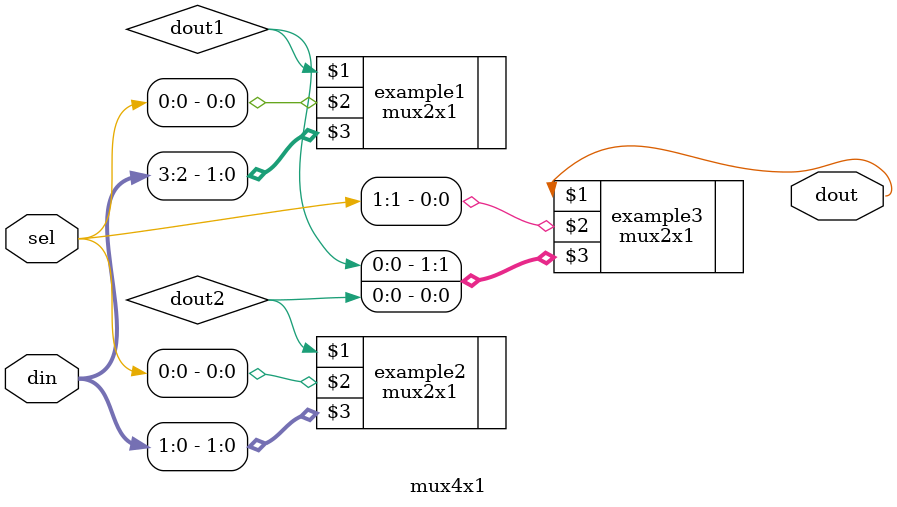
<source format=v>
`include "mux2x1.v"
module mux4x1(dout, sel, din);
	// define output and input
	output dout;
	input [3:0] din;
	input [2:0] sel;  
	wire dout1, dout2;
	// sel[0] control din[3:2] 
	mux2x1 example1(dout1, sel[0], din[3:2]);  
	// sel[0] control din[1:0]
	mux2x1 example2(dout2, sel[0], din[1:0]);
	// sel[1] control dout1,dout2
	mux2x1 example3(dout, sel[1], {dout1, dout2}); 
endmodule
	
	
	
	
</source>
